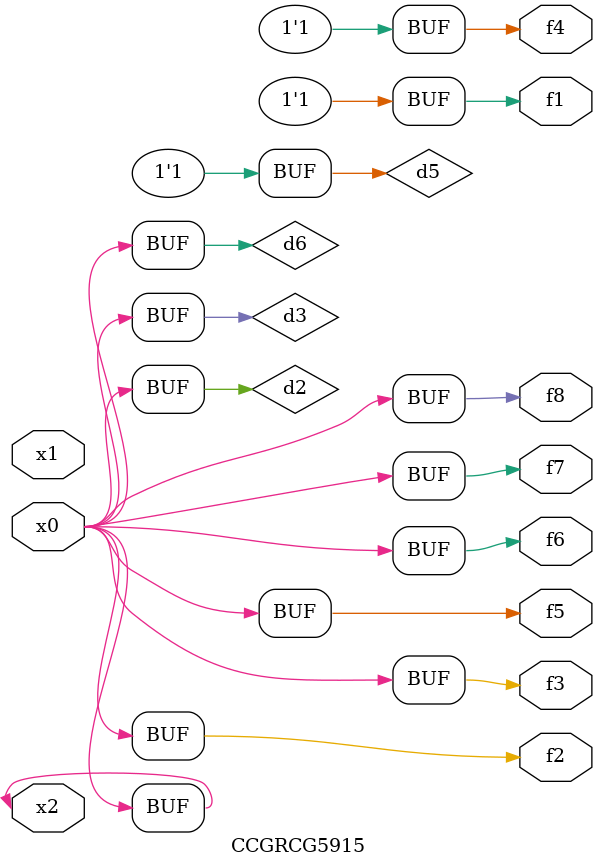
<source format=v>
module CCGRCG5915(
	input x0, x1, x2,
	output f1, f2, f3, f4, f5, f6, f7, f8
);

	wire d1, d2, d3, d4, d5, d6;

	xnor (d1, x2);
	buf (d2, x0, x2);
	and (d3, x0);
	xnor (d4, x1, x2);
	nand (d5, d1, d3);
	buf (d6, d2, d3);
	assign f1 = d5;
	assign f2 = d6;
	assign f3 = d6;
	assign f4 = d5;
	assign f5 = d6;
	assign f6 = d6;
	assign f7 = d6;
	assign f8 = d6;
endmodule

</source>
